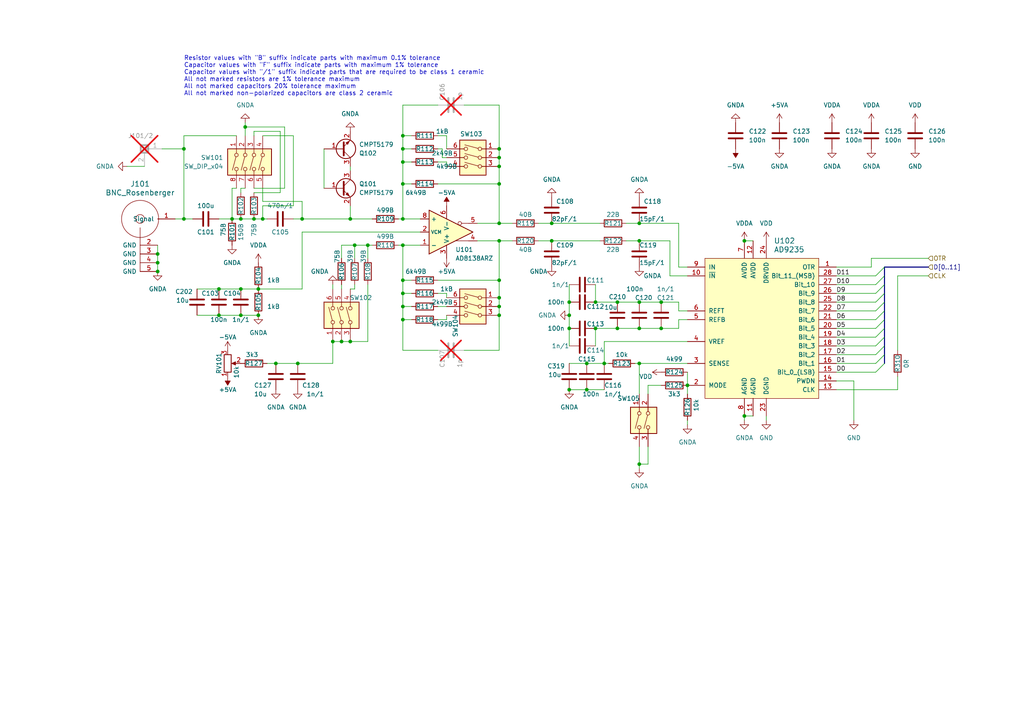
<source format=kicad_sch>
(kicad_sch (version 20231120) (generator "eeschema") (generator_version "8.0")
  (paper "A4")
  (title_block (title "MISRC") (date "2025-03-03") (rev "2.0") (comment 1 "Analog input + ADC"))
  (lib_symbols
    (symbol "ADC:AD9235" (pin_names (offset 1.016))
      (property "Reference" "U" (at -15.24 -21.59 0))
      (property "Value" "AD9235" (at -12.7 21.59 0))
      (symbol "AD9235_1_1"
        (pin input line (at 21.59 17.78 180) (length 5.08) (name "OTR") (number "1"))
        (pin input line (at -21.59 15.24 0) (length 5.08) (name "~{IN}") (number "10"))
        (pin power_in line (at -2.54 -25.4 90) (length 5.08) (name "AGND") (number "11"))
        (pin power_in line (at -2.54 25.4 270) (length 5.08) (name "AVDD") (number "12"))
        (pin input line (at 21.59 -17.78 180) (length 5.08) (name "CLK") (number "13"))
        (pin input line (at 21.59 -15.24 180) (length 5.08) (name "PWDN") (number "14"))
        (pin output line (at 21.59 -12.7 180) (length 5.08) (name "Bit_0_(LSB)") (number "15"))
        (pin output line (at 21.59 -10.16 180) (length 5.08) (name "Bit_1") (number "16"))
        (pin output line (at 21.59 -7.62 180) (length 5.08) (name "Bit_2") (number "17"))
        (pin output line (at 21.59 -5.08 180) (length 5.08) (name "Bit_3") (number "18"))
        (pin output line (at 21.59 -2.54 180) (length 5.08) (name "Bit_4") (number "19"))
        (pin input line (at -21.59 -16.51 0) (length 5.08) (name "MODE") (number "2"))
        (pin output line (at 21.59 0 180) (length 5.08) (name "Bit_5") (number "20"))
        (pin output line (at 21.59 2.54 180) (length 5.08) (name "Bit_6") (number "21"))
        (pin output line (at 21.59 5.08 180) (length 5.08) (name "Bit_7") (number "22"))
        (pin power_in line (at 1.27 -25.4 90) (length 5.08) (name "DGND") (number "23"))
        (pin power_in line (at 1.27 25.4 270) (length 5.08) (name "DRVDD") (number "24"))
        (pin output line (at 21.59 7.62 180) (length 5.08) (name "Bit_8") (number "25"))
        (pin output line (at 21.59 10.16 180) (length 5.08) (name "Bit_9") (number "26"))
        (pin output line (at 21.59 12.7 180) (length 5.08) (name "Bit_10") (number "27"))
        (pin output line (at 21.59 15.24 180) (length 5.08) (name "Bit_11_(MSB)") (number "28"))
        (pin input line (at -21.59 -10.16 0) (length 5.08) (name "SENSE") (number "3"))
        (pin input line (at -21.59 -3.81 0) (length 5.08) (name "VREF") (number "4"))
        (pin power_out line (at -21.59 2.54 0) (length 5.08) (name "REFB") (number "5"))
        (pin power_out line (at -21.59 5.08 0) (length 5.08) (name "REFT") (number "6"))
        (pin power_in line (at -5.08 25.4 270) (length 5.08) (name "AVDD") (number "7"))
        (pin power_in line (at -5.08 -25.4 90) (length 5.08) (name "AGND") (number "8"))
        (pin input line (at -21.59 17.78 0) (length 5.08) (name "IN") (number "9"))
      )
    )
    (symbol "Amplifier_Differential_AKL:AD8138ARZ"
      (property "Reference" "U" (at 8.89 11.43 0))
      (property "Value" "AD8138ARZ" (at 8.89 8.89 0))
      (symbol "AD8138ARZ_1_1"
        (pin input line (at -7.62 3.81 0) (length 2.54) (name "-") (number "1"))
        (pin input line (at -7.62 0 0) (length 2.54) (name "VCM") (number "2"))
        (pin power_in line (at 0 7.62 270) (length 3.84) (name "V+") (number "3"))
        (pin output line (at 8.89 2.54 180) (length 2.54) (name "~") (number "4"))
        (pin output line (at 8.89 -2.54 180) (length 2.54) (name "~") (number "5"))
        (pin power_in line (at 0 -7.62 90) (length 3.84) (name "V-") (number "6"))
        (pin no_connect line (at 0 0 0) (length 2.54) hide (name "NC") (number "7"))
        (pin input line (at -7.62 -3.81 0) (length 2.54) (name "+") (number "8"))
      )
    )
    (symbol "Connector_Generic_Shielded:Conn_01x01_Shielded" (pin_names (offset 1.016) hide)
      (property "Reference" "J1" (at -2.54 3.81 0))
      (symbol "Conn_01x01_Shielded_1_1"
        (pin passive line (at -5.08 0 0) (length 4.064) (name "Pin_1") (number "1"))
        (pin passive line (at 0 -5.08 90) (length 3.81) (name "Shield") (number "2"))
      )
    )
    (symbol "Device:C" (pin_numbers hide) (pin_names (offset 0.254))
      (property "Reference" "C" (at 0.635 2.54 0))
      (property "Value" "C" (at 0.635 -2.54 0))
      (symbol "C_1_1"
        (pin passive line (at 0 3.81 270) (length 2.794) (name "~") (number "1"))
        (pin passive line (at 0 -3.81 90) (length 2.794) (name "~") (number "2"))
      )
    )
    (symbol "Device:Q_NPN_BEC" (pin_names (offset 0) hide)
      (property "Reference" "Q" (at 5.08 1.27 0))
      (property "Value" "Q_NPN_BEC" (at 5.08 -1.27 0))
      (symbol "Q_NPN_BEC_1_1"
        (pin input line (at -5.08 0 0) (length 5.715) (name "B") (number "1"))
        (pin passive line (at 2.54 -5.08 90) (length 2.54) (name "E") (number "2"))
        (pin passive line (at 2.54 5.08 270) (length 2.54) (name "C") (number "3"))
      )
    )
    (symbol "Device:R" (pin_numbers hide) (pin_names (offset 0))
      (property "Reference" "R" (at 2.032 0 90))
      (property "Value" "R" (at 0 0 90))
      (symbol "R_1_1"
        (pin passive line (at 0 3.81 270) (length 1.27) (name "~") (number "1"))
        (pin passive line (at 0 -3.81 90) (length 1.27) (name "~") (number "2"))
      )
    )
    (symbol "Device:R_Potentiometer" (pin_names (offset 1.016) hide)
      (property "Reference" "RV" (at -4.445 0 90))
      (property "Value" "R_Potentiometer" (at -2.54 0 90))
      (symbol "R_Potentiometer_1_1"
        (pin passive line (at 0 3.81 270) (length 1.27) (name "1") (number "1"))
        (pin passive line (at 3.81 0 180) (length 1.27) (name "2") (number "2"))
        (pin passive line (at 0 -3.81 90) (length 1.27) (name "3") (number "3"))
      )
    )
    (symbol "Switch:SW_DIP_x02" (pin_names (offset 0) hide)
      (property "Reference" "SW" (at 0 6.35 0))
      (property "Value" "SW_DIP_x02" (at 0 -3.81 0))
      (symbol "SW_DIP_x02_1_1"
        (pin passive line (at -7.62 2.54 0) (length 5.08) (name "~") (number "1"))
        (pin passive line (at -7.62 0 0) (length 5.08) (name "~") (number "2"))
        (pin passive line (at 7.62 0 180) (length 5.08) (name "~") (number "3"))
        (pin passive line (at 7.62 2.54 180) (length 5.08) (name "~") (number "4"))
      )
    )
    (symbol "Switch:SW_DIP_x03" (pin_names (offset 0) hide)
      (property "Reference" "SW" (at 0 8.89 0))
      (property "Value" "SW_DIP_x03" (at 0 -3.81 0))
      (symbol "SW_DIP_x03_1_1"
        (pin passive line (at -7.62 5.08 0) (length 5.08) (name "~") (number "1"))
        (pin passive line (at -7.62 2.54 0) (length 5.08) (name "~") (number "2"))
        (pin passive line (at -7.62 0 0) (length 5.08) (name "~") (number "3"))
        (pin passive line (at 7.62 0 180) (length 5.08) (name "~") (number "4"))
        (pin passive line (at 7.62 2.54 180) (length 5.08) (name "~") (number "5"))
        (pin passive line (at 7.62 5.08 180) (length 5.08) (name "~") (number "6"))
      )
    )
    (symbol "Switch:SW_DIP_x04" (pin_names (offset 0) hide)
      (property "Reference" "SW" (at 0 8.89 0))
      (property "Value" "SW_DIP_x04" (at 0 -6.35 0))
      (symbol "SW_DIP_x04_1_1"
        (pin passive line (at -7.62 5.08 0) (length 5.08) (name "~") (number "1"))
        (pin passive line (at -7.62 2.54 0) (length 5.08) (name "~") (number "2"))
        (pin passive line (at -7.62 0 0) (length 5.08) (name "~") (number "3"))
        (pin passive line (at -7.62 -2.54 0) (length 5.08) (name "~") (number "4"))
        (pin passive line (at 7.62 -2.54 180) (length 5.08) (name "~") (number "5"))
        (pin passive line (at 7.62 0 180) (length 5.08) (name "~") (number "6"))
        (pin passive line (at 7.62 2.54 180) (length 5.08) (name "~") (number "7"))
        (pin passive line (at 7.62 5.08 180) (length 5.08) (name "~") (number "8"))
      )
    )
    (symbol "bnc_rosenberger:BNC_Rosenberger" (pin_names (offset 1.016))
      (property "Reference" "J" (at -3.81 6.35 0))
      (property "Value" "BNC_Rosenberger" (at -7.62 -5.08 90))
      (symbol "BNC_Rosenberger_1_1"
        (pin bidirectional line (at 10.16 0 180) (length 5.08) (name "Signal") (number "1"))
        (pin power_in line (at 5.08 -7.62 180) (length 5.08) (name "GND") (number "2"))
        (pin power_in line (at 5.08 -10.16 180) (length 5.08) (name "GND") (number "3"))
        (pin power_in line (at 5.08 -12.7 180) (length 5.08) (name "GND") (number "4"))
        (pin power_in line (at 5.08 -15.24 180) (length 5.08) (name "GND") (number "5"))
      )
    )
    (symbol "power:+5VA" (power) (pin_names (offset 0))
      (property "Value" "+5VA" (at 0 3.556 0))
      (symbol "+5VA_1_1"
        (pin power_in line (at 0 0 90) (length 0) hide (name "+5VA") (number "1"))
      )
    )
    (symbol "power:-5VA" (power) (pin_names (offset 0))
      (property "Value" "-5VA" (at 0 3.81 0))
      (symbol "-5VA_0_0"
        (pin power_in line (at 0 0 90) (length 0) hide (name "-5VA") (number "1"))
      )
    )
    (symbol "power:GND" (power) (pin_names (offset 0))
      (property "Value" "GND" (at 0 -3.81 0))
      (symbol "GND_1_1"
        (pin power_in line (at 0 0 270) (length 0) hide (name "GND") (number "1"))
      )
    )
    (symbol "power:GNDA" (power) (pin_names (offset 0))
      (property "Value" "GNDA" (at 0 -3.81 0))
      (symbol "GNDA_1_1"
        (pin power_in line (at 0 0 270) (length 0) hide (name "GNDA") (number "1"))
      )
    )
    (symbol "power:VDD" (power) (pin_names (offset 0))
      (property "Value" "VDD" (at 0 3.81 0))
      (symbol "VDD_1_1"
        (pin power_in line (at 0 0 90) (length 0) hide (name "VDD") (number "1"))
      )
    )
    (symbol "power:VDDA" (power) (pin_names (offset 0))
      (property "Value" "VDDA" (at 0 3.81 0))
      (symbol "VDDA_1_1"
        (pin power_in line (at 0 0 90) (length 0) hide (name "VDDA") (number "1"))
      )
    )
  )
  (junction (at 45.72 76.2))
  (junction (at 116.84 53.34))
  (junction (at 144.78 64.77))
  (junction (at 165.1 91.44))
  (junction (at 165.1 95.25))
  (junction (at 86.36 105.41))
  (junction (at 165.1 87.63))
  (junction (at 101.6 63.5))
  (junction (at 165.1 113.03))
  (junction (at 179.07 87.63))
  (junction (at 172.72 95.25))
  (junction (at 67.31 63.5))
  (junction (at 116.84 43.18))
  (junction (at 191.77 87.63))
  (junction (at 73.66 63.5))
  (junction (at 102.87 71.12))
  (junction (at 215.9 120.65))
  (junction (at 160.02 69.85))
  (junction (at 69.85 91.44))
  (junction (at 170.18 113.03))
  (junction (at 116.84 81.28))
  (junction (at 144.78 53.34))
  (junction (at 172.72 87.63))
  (junction (at 116.84 92.71))
  (junction (at 185.42 87.63))
  (junction (at 69.85 63.5))
  (junction (at 175.26 105.41))
  (junction (at 116.84 63.5))
  (junction (at 144.78 81.28))
  (junction (at 191.77 95.25))
  (junction (at 160.02 64.77))
  (junction (at 185.42 64.77))
  (junction (at 144.78 45.72))
  (junction (at 215.9 69.85))
  (junction (at 53.34 63.5))
  (junction (at 74.93 91.44))
  (junction (at 53.34 43.18))
  (junction (at 185.42 134.62))
  (junction (at 179.07 95.25))
  (junction (at 74.93 83.82))
  (junction (at 144.78 48.26))
  (junction (at 101.6 99.06))
  (junction (at 116.84 85.09))
  (junction (at 76.2 63.5))
  (junction (at 63.5 83.82))
  (junction (at 80.01 105.41))
  (junction (at 45.72 73.66))
  (junction (at 116.84 46.99))
  (junction (at 96.52 99.06))
  (junction (at 87.63 63.5))
  (junction (at 63.5 91.44))
  (junction (at 170.18 105.41))
  (junction (at 45.72 78.74))
  (junction (at 185.42 69.85))
  (junction (at 144.78 86.36))
  (junction (at 144.78 88.9))
  (junction (at 116.84 39.37))
  (junction (at 71.12 36.83))
  (junction (at 144.78 91.44))
  (junction (at 144.78 43.18))
  (junction (at 69.85 83.82))
  (junction (at 116.84 71.12))
  (junction (at 185.42 95.25))
  (junction (at 144.78 69.85))
  (junction (at 185.42 105.41))
  (junction (at 116.84 88.9))
  (junction (at 106.68 71.12))
  (junction (at 99.06 99.06))
  (junction (at 199.39 111.76))
  (bus_entry (at 256.54 85.09) (size -2.54 2.54))
  (bus_entry (at 256.54 102.87) (size -2.54 2.54))
  (bus_entry (at 256.54 80.01) (size -2.54 2.54))
  (bus_entry (at 256.54 90.17) (size -2.54 2.54))
  (bus_entry (at 256.54 105.41) (size -2.54 2.54))
  (bus_entry (at 256.54 97.79) (size -2.54 2.54))
  (bus_entry (at 256.54 87.63) (size -2.54 2.54))
  (bus_entry (at 256.54 77.47) (size -2.54 2.54))
  (bus_entry (at 256.54 100.33) (size -2.54 2.54))
  (bus_entry (at 256.54 95.25) (size -2.54 2.54))
  (bus_entry (at 256.54 92.71) (size -2.54 2.54))
  (bus_entry (at 256.54 82.55) (size -2.54 2.54))
  (wire (pts (xy 144.78 48.26) (xy 144.78 53.34)))
  (wire (pts (xy 160.02 64.77) (xy 173.99 64.77)))
  (wire (pts (xy 242.57 80.01) (xy 254 80.01)))
  (wire (pts (xy 101.6 63.5) (xy 107.95 63.5)))
  (wire (pts (xy 222.25 121.92) (xy 222.25 120.65)))
  (wire (pts (xy 63.5 63.5) (xy 67.31 63.5)))
  (wire (pts (xy 73.66 55.88) (xy 81.28 55.88)))
  (wire (pts (xy 80.01 105.41) (xy 86.36 105.41)))
  (wire (pts (xy 116.84 88.9) (xy 119.38 88.9)))
  (wire (pts (xy 128.27 45.72) (xy 129.54 45.72)))
  (wire (pts (xy 73.66 54.61) (xy 82.55 54.61)))
  (wire (pts (xy 87.63 58.42) (xy 87.63 63.5)))
  (wire (pts (xy 260.35 80.01) (xy 260.35 101.6)))
  (wire (pts (xy 260.35 80.01) (xy 269.24 80.01)))
  (bus (pts (xy 256.54 80.01) (xy 256.54 82.55)))
  (wire (pts (xy 73.66 38.1) (xy 73.66 39.37)))
  (wire (pts (xy 76.2 63.5) (xy 77.47 63.5)))
  (wire (pts (xy 185.42 105.41) (xy 185.42 114.3)))
  (wire (pts (xy 187.96 111.76) (xy 187.96 114.3)))
  (wire (pts (xy 45.72 73.66) (xy 45.72 76.2)))
  (wire (pts (xy 116.84 53.34) (xy 116.84 63.5)))
  (wire (pts (xy 102.87 83.82) (xy 102.87 82.55)))
  (wire (pts (xy 76.2 58.42) (xy 87.63 58.42)))
  (wire (pts (xy 116.84 43.18) (xy 119.38 43.18)))
  (wire (pts (xy 185.42 105.41) (xy 199.39 105.41)))
  (wire (pts (xy 144.78 45.72) (xy 144.78 48.26)))
  (bus (pts (xy 256.54 95.25) (xy 256.54 97.79)))
  (wire (pts (xy 116.84 101.6) (xy 127 101.6)))
  (wire (pts (xy 119.38 92.71) (xy 116.84 92.71)))
  (wire (pts (xy 127 92.71) (xy 129.54 92.71)))
  (wire (pts (xy 156.21 64.77) (xy 160.02 64.77)))
  (wire (pts (xy 185.42 95.25) (xy 191.77 95.25)))
  (wire (pts (xy 93.98 43.18) (xy 93.98 54.61)))
  (wire (pts (xy 242.57 82.55) (xy 254 82.55)))
  (bus (pts (xy 256.54 102.87) (xy 256.54 105.41)))
  (wire (pts (xy 252.73 77.47) (xy 252.73 74.93)))
  (wire (pts (xy 106.68 82.55) (xy 106.68 99.06)))
  (wire (pts (xy 199.39 111.76) (xy 199.39 114.3)))
  (wire (pts (xy 179.07 87.63) (xy 185.42 87.63)))
  (wire (pts (xy 165.1 87.63) (xy 165.1 91.44)))
  (wire (pts (xy 129.54 85.09) (xy 129.54 86.36)))
  (wire (pts (xy 260.35 109.22) (xy 260.35 113.03)))
  (wire (pts (xy 215.9 120.65) (xy 215.9 121.92)))
  (wire (pts (xy 172.72 82.55) (xy 172.72 87.63)))
  (wire (pts (xy 242.57 85.09) (xy 254 85.09)))
  (wire (pts (xy 144.78 43.18) (xy 144.78 45.72)))
  (wire (pts (xy 172.72 87.63) (xy 179.07 87.63)))
  (wire (pts (xy 45.72 71.12) (xy 45.72 73.66)))
  (bus (pts (xy 256.54 97.79) (xy 256.54 100.33)))
  (wire (pts (xy 181.61 64.77) (xy 185.42 64.77)))
  (wire (pts (xy 106.68 74.93) (xy 106.68 71.12)))
  (wire (pts (xy 53.34 43.18) (xy 53.34 63.5)))
  (wire (pts (xy 99.06 71.12) (xy 99.06 74.93)))
  (bus (pts (xy 256.54 100.33) (xy 256.54 102.87)))
  (wire (pts (xy 215.9 69.85) (xy 218.44 69.85)))
  (wire (pts (xy 73.66 63.5) (xy 76.2 63.5)))
  (wire (pts (xy 116.84 30.48) (xy 116.84 39.37)))
  (wire (pts (xy 101.6 83.82) (xy 102.87 83.82)))
  (wire (pts (xy 165.1 113.03) (xy 170.18 113.03)))
  (wire (pts (xy 185.42 69.85) (xy 194.31 69.85)))
  (wire (pts (xy 172.72 95.25) (xy 179.07 95.25)))
  (wire (pts (xy 144.78 69.85) (xy 144.78 81.28)))
  (wire (pts (xy 185.42 134.62) (xy 185.42 135.89)))
  (bus (pts (xy 256.54 77.47) (xy 269.24 77.47)))
  (wire (pts (xy 165.1 95.25) (xy 165.1 100.33)))
  (bus (pts (xy 256.54 87.63) (xy 256.54 90.17)))
  (wire (pts (xy 101.6 99.06) (xy 106.68 99.06)))
  (wire (pts (xy 81.28 55.88) (xy 81.28 38.1)))
  (wire (pts (xy 175.26 99.06) (xy 199.39 99.06)))
  (wire (pts (xy 71.12 36.83) (xy 71.12 39.37)))
  (wire (pts (xy 170.18 105.41) (xy 175.26 105.41)))
  (wire (pts (xy 116.84 92.71) (xy 116.84 101.6)))
  (wire (pts (xy 160.02 69.85) (xy 173.99 69.85)))
  (wire (pts (xy 76.2 39.37) (xy 85.09 39.37)))
  (wire (pts (xy 46.99 43.18) (xy 53.34 43.18)))
  (wire (pts (xy 247.65 110.49) (xy 247.65 121.92)))
  (wire (pts (xy 67.31 54.61) (xy 67.31 63.5)))
  (wire (pts (xy 199.39 107.95) (xy 199.39 111.76)))
  (wire (pts (xy 102.87 71.12) (xy 99.06 71.12)))
  (wire (pts (xy 50.8 63.5) (xy 53.34 63.5)))
  (wire (pts (xy 134.62 30.48) (xy 144.78 30.48)))
  (wire (pts (xy 57.15 91.44) (xy 63.5 91.44)))
  (wire (pts (xy 144.78 88.9) (xy 144.78 91.44)))
  (wire (pts (xy 101.6 59.69) (xy 101.6 63.5)))
  (wire (pts (xy 76.2 54.61) (xy 76.2 58.42)))
  (wire (pts (xy 242.57 102.87) (xy 254 102.87)))
  (wire (pts (xy 96.52 99.06) (xy 99.06 99.06)))
  (wire (pts (xy 96.52 82.55) (xy 96.52 83.82)))
  (wire (pts (xy 242.57 92.71) (xy 254 92.71)))
  (wire (pts (xy 68.58 54.61) (xy 67.31 54.61)))
  (wire (pts (xy 119.38 39.37) (xy 116.84 39.37)))
  (wire (pts (xy 196.85 95.25) (xy 196.85 92.71)))
  (wire (pts (xy 77.47 105.41) (xy 80.01 105.41)))
  (wire (pts (xy 196.85 90.17) (xy 196.85 87.63)))
  (wire (pts (xy 67.31 63.5) (xy 69.85 63.5)))
  (wire (pts (xy 57.15 83.82) (xy 63.5 83.82)))
  (wire (pts (xy 119.38 85.09) (xy 116.84 85.09)))
  (wire (pts (xy 116.84 63.5) (xy 121.92 63.5)))
  (wire (pts (xy 116.84 71.12) (xy 121.92 71.12)))
  (wire (pts (xy 127 30.48) (xy 116.84 30.48)))
  (wire (pts (xy 74.93 83.82) (xy 87.63 83.82)))
  (wire (pts (xy 242.57 100.33) (xy 254 100.33)))
  (wire (pts (xy 127 39.37) (xy 129.54 39.37)))
  (wire (pts (xy 82.55 36.83) (xy 71.12 36.83)))
  (wire (pts (xy 187.96 129.54) (xy 187.96 134.62)))
  (wire (pts (xy 144.78 69.85) (xy 148.59 69.85)))
  (wire (pts (xy 129.54 91.44) (xy 129.54 92.71)))
  (wire (pts (xy 76.2 63.5) (xy 76.2 59.69)))
  (wire (pts (xy 101.6 48.26) (xy 101.6 49.53)))
  (wire (pts (xy 69.85 54.61) (xy 69.85 55.88)))
  (wire (pts (xy 242.57 105.41) (xy 254 105.41)))
  (wire (pts (xy 85.09 59.69) (xy 85.09 39.37)))
  (wire (pts (xy 99.06 82.55) (xy 99.06 83.82)))
  (wire (pts (xy 127 85.09) (xy 129.54 85.09)))
  (wire (pts (xy 215.9 120.65) (xy 218.44 120.65)))
  (bus (pts (xy 256.54 92.71) (xy 256.54 95.25)))
  (wire (pts (xy 116.84 85.09) (xy 116.84 81.28)))
  (wire (pts (xy 185.42 134.62) (xy 187.96 134.62)))
  (wire (pts (xy 71.12 54.61) (xy 69.85 54.61)))
  (wire (pts (xy 138.43 64.77) (xy 144.78 64.77)))
  (wire (pts (xy 194.31 69.85) (xy 194.31 80.01)))
  (wire (pts (xy 85.09 63.5) (xy 87.63 63.5)))
  (wire (pts (xy 199.39 90.17) (xy 196.85 90.17)))
  (wire (pts (xy 116.84 88.9) (xy 116.84 92.71)))
  (wire (pts (xy 185.42 129.54) (xy 185.42 134.62)))
  (wire (pts (xy 68.58 39.37) (xy 53.34 39.37)))
  (wire (pts (xy 127 88.9) (xy 129.54 88.9)))
  (wire (pts (xy 87.63 67.31) (xy 87.63 83.82)))
  (wire (pts (xy 242.57 77.47) (xy 252.73 77.47)))
  (wire (pts (xy 81.28 38.1) (xy 73.66 38.1)))
  (wire (pts (xy 194.31 80.01) (xy 199.39 80.01)))
  (wire (pts (xy 196.85 92.71) (xy 199.39 92.71)))
  (wire (pts (xy 82.55 54.61) (xy 82.55 36.83)))
  (wire (pts (xy 144.78 81.28) (xy 144.78 86.36)))
  (wire (pts (xy 71.12 35.56) (xy 71.12 36.83)))
  (wire (pts (xy 127 53.34) (xy 144.78 53.34)))
  (wire (pts (xy 175.26 105.41) (xy 176.53 105.41)))
  (wire (pts (xy 181.61 69.85) (xy 185.42 69.85)))
  (wire (pts (xy 45.72 76.2) (xy 45.72 78.74)))
  (wire (pts (xy 63.5 83.82) (xy 69.85 83.82)))
  (wire (pts (xy 172.72 95.25) (xy 172.72 100.33)))
  (wire (pts (xy 144.78 30.48) (xy 144.78 43.18)))
  (wire (pts (xy 127 46.99) (xy 129.54 46.99)))
  (wire (pts (xy 242.57 113.03) (xy 260.35 113.03)))
  (wire (pts (xy 199.39 77.47) (xy 196.85 77.47)))
  (bus (pts (xy 256.54 77.47) (xy 256.54 80.01)))
  (wire (pts (xy 185.42 87.63) (xy 191.77 87.63)))
  (wire (pts (xy 116.84 46.99) (xy 116.84 53.34)))
  (wire (pts (xy 191.77 95.25) (xy 196.85 95.25)))
  (wire (pts (xy 185.42 64.77) (xy 196.85 64.77)))
  (wire (pts (xy 196.85 77.47) (xy 196.85 64.77)))
  (wire (pts (xy 69.85 83.82) (xy 74.93 83.82)))
  (wire (pts (xy 134.62 101.6) (xy 144.78 101.6)))
  (wire (pts (xy 116.84 88.9) (xy 116.84 85.09)))
  (wire (pts (xy 115.57 63.5) (xy 116.84 63.5)))
  (wire (pts (xy 76.2 59.69) (xy 85.09 59.69)))
  (wire (pts (xy 116.84 81.28) (xy 119.38 81.28)))
  (wire (pts (xy 144.78 86.36) (xy 144.78 88.9)))
  (wire (pts (xy 156.21 69.85) (xy 160.02 69.85)))
  (wire (pts (xy 242.57 95.25) (xy 254 95.25)))
  (wire (pts (xy 63.5 91.44) (xy 69.85 91.44)))
  (wire (pts (xy 242.57 90.17) (xy 254 90.17)))
  (wire (pts (xy 144.78 53.34) (xy 144.78 64.77)))
  (wire (pts (xy 115.57 71.12) (xy 116.84 71.12)))
  (wire (pts (xy 165.1 91.44) (xy 165.1 95.25)))
  (wire (pts (xy 185.42 105.41) (xy 184.15 105.41)))
  (wire (pts (xy 127 43.18) (xy 128.27 43.18)))
  (wire (pts (xy 116.84 81.28) (xy 116.84 71.12)))
  (wire (pts (xy 53.34 39.37) (xy 53.34 43.18)))
  (wire (pts (xy 128.27 43.18) (xy 128.27 45.72)))
  (wire (pts (xy 87.63 67.31) (xy 121.92 67.31)))
  (wire (pts (xy 242.57 110.49) (xy 247.65 110.49)))
  (wire (pts (xy 242.57 87.63) (xy 254 87.63)))
  (wire (pts (xy 87.63 63.5) (xy 101.6 63.5)))
  (wire (pts (xy 102.87 74.93) (xy 102.87 71.12)))
  (wire (pts (xy 86.36 105.41) (xy 96.52 105.41)))
  (wire (pts (xy 106.68 71.12) (xy 102.87 71.12)))
  (wire (pts (xy 127 81.28) (xy 144.78 81.28)))
  (wire (pts (xy 69.85 63.5) (xy 73.66 63.5)))
  (wire (pts (xy 165.1 105.41) (xy 170.18 105.41)))
  (wire (pts (xy 242.57 97.79) (xy 254 97.79)))
  (wire (pts (xy 116.84 43.18) (xy 116.84 46.99)))
  (bus (pts (xy 256.54 90.17) (xy 256.54 92.71)))
  (wire (pts (xy 36.83 48.26) (xy 41.91 48.26)))
  (wire (pts (xy 187.96 111.76) (xy 191.77 111.76)))
  (wire (pts (xy 55.88 63.5) (xy 53.34 63.5)))
  (wire (pts (xy 116.84 53.34) (xy 119.38 53.34)))
  (wire (pts (xy 170.18 113.03) (xy 175.26 113.03)))
  (wire (pts (xy 116.84 39.37) (xy 116.84 43.18)))
  (wire (pts (xy 69.85 91.44) (xy 74.93 91.44)))
  (wire (pts (xy 199.39 121.92) (xy 199.39 123.19)))
  (wire (pts (xy 179.07 95.25) (xy 185.42 95.25)))
  (wire (pts (xy 191.77 87.63) (xy 196.85 87.63)))
  (wire (pts (xy 129.54 39.37) (xy 129.54 43.18)))
  (wire (pts (xy 129.54 46.99) (xy 129.54 48.26)))
  (bus (pts (xy 256.54 85.09) (xy 256.54 87.63)))
  (wire (pts (xy 242.57 107.95) (xy 254 107.95)))
  (wire (pts (xy 106.68 71.12) (xy 107.95 71.12)))
  (wire (pts (xy 138.43 69.85) (xy 144.78 69.85)))
  (wire (pts (xy 96.52 99.06) (xy 96.52 105.41)))
  (wire (pts (xy 252.73 74.93) (xy 269.24 74.93)))
  (wire (pts (xy 116.84 46.99) (xy 119.38 46.99)))
  (bus (pts (xy 256.54 82.55) (xy 256.54 85.09)))
  (wire (pts (xy 99.06 99.06) (xy 101.6 99.06)))
  (wire (pts (xy 175.26 105.41) (xy 175.26 99.06)))
  (wire (pts (xy 165.1 82.55) (xy 165.1 87.63)))
  (wire (pts (xy 144.78 64.77) (xy 148.59 64.77)))
  (wire (pts (xy 144.78 91.44) (xy 144.78 101.6)))
  (text "Resistor values with \"B\" suffix indicate parts with maximum 0.1% tolerance\nCapacitor values with \"F\" suffix indicate parts with maximum 1% tolerance\nCapacitor values with \"/1\" suffix indicate parts that are required to be class 1 ceramic\nAll not marked resistors are 1% tolerance maximum\nAll not marked capacitors 20% tolerance maximum\nAll not marked non-polarized capacitors are class 2 ceramic" (at 53.34 27.94 0) (effects (font (size 1.27 1.27)) (justify left bottom)))
  (label "D7" (at 242.57 90.17 0))
  (label "D6" (at 242.57 92.71 0))
  (label "D1" (at 242.57 105.41 0))
  (label "D10" (at 242.57 82.55 0))
  (label "D2" (at 242.57 102.87 0))
  (label "D11" (at 242.57 80.01 0))
  (label "D8" (at 242.57 87.63 0))
  (label "D4" (at 242.57 97.79 0))
  (label "D9" (at 242.57 85.09 0))
  (label "D5" (at 242.57 95.25 0))
  (label "D0" (at 242.57 107.95 0))
  (label "D3" (at 242.57 100.33 0))
  (hierarchical_label "CLK" (shape input) (at 269.24 80.01 0))
  (hierarchical_label "OTR" (shape input) (at 269.24 74.93 0))
  (hierarchical_label "D[0..11]" (shape input) (at 269.24 77.47 0))
  (symbol (lib_id "Device:R") (at 177.8 69.85 90) (unit 1)
    (property "Reference" "R122" (at 177.8 69.85 90))
    (property "Value" "22B" (at 177.8 72.39 90))
    (property "Footprint" "Resistor_SMD:R_0603_1608Metric" (effects (hide yes)))
    (property "Manufacturer_Part_Number" "RC0603FR-0722RL" (effects (hide yes)))
  )
  (symbol (lib_id "Device:R") (at 199.39 118.11 180) (unit 1)
    (property "Reference" "R126" (at 199.39 120.65 90) (effects (justify right)))
    (property "Value" "10k" (at 201.93 119.38 90) (effects (justify right)))
    (property "Footprint" "Resistor_SMD:R_0603_1608Metric" (effects (hide yes)))
    (property "Manufacturer_Part_Number" "RC0603FR-0710KL" (effects (hide yes)))
  )
  (symbol (lib_id "Device:C") (at 168.91 95.25 90) (unit 1)
    (property "Reference" "C113" (at 172.72 93.98 90))
    (property "Value" "100n" (at 161.29 95.25 90))
    (property "Footprint" "Capacitor_SMD:C_0603_1608Metric" (effects (hide yes)))
    (property "Manufacturer_Part_Number" "GRM188R72A104KA35D " (effects (hide yes)))
  )
  (symbol (lib_id "power:GNDA") (at 36.83 48.26 270) (unit 1)
    (property "Reference" "#PWR0253" (effects (hide yes)))
    (property "Value" "GNDA" (at 33.02 48.26 90) (effects (justify right)))
  )
  (symbol (lib_id "Device:C") (at 241.3 39.37 0) (unit 1)
    (property "Reference" "C124" (at 245.11 38.1 0) (effects (justify left)))
    (property "Value" "100n" (at 245.11 40.64 0) (effects (justify left)))
    (property "Footprint" "Capacitor_SMD:C_0603_1608Metric" (effects (hide yes)))
    (property "Manufacturer_Part_Number" "GRM188R72A104KA35D " (effects (hide yes)))
  )
  (symbol (lib_id "power:GND") (at 247.65 121.92 0) (unit 1)
    (property "Reference" "#PWR0138" (effects (hide yes)))
    (property "Value" "GND" (at 247.65 127 0))
  )
  (symbol (lib_id "Device:Q_NPN_BEC") (at 99.06 54.61 0) (unit 1)
    (property "Reference" "Q101" (at 104.14 53.34 0) (effects (justify left)))
    (property "Value" "CMPT5179" (at 104.14 55.88 0) (effects (justify left)))
    (property "Footprint" "Footprints:SOT-23" (effects (hide yes)))
    (property "Manufacturer_Part_Number" "CMPT5179 TR PBFREE" (effects (hide yes)))
  )
  (symbol (lib_id "power:GNDA") (at 241.3 43.18 0) (unit 1)
    (property "Reference" "#PWR0137" (effects (hide yes)))
    (property "Value" "GNDA" (at 241.3 48.26 0))
  )
  (symbol (lib_id "power:GNDA") (at 74.93 91.44 0) (unit 1)
    (property "Reference" "#PWR0114" (effects (hide yes)))
    (property "Value" "GNDA" (at 74.93 96.52 0))
  )
  (symbol (lib_id "Device:R") (at 152.4 69.85 90) (unit 1)
    (property "Reference" "R120" (at 152.4 69.85 90))
    (property "Value" "40B" (at 152.4 72.39 90))
    (property "Footprint" "Resistor_SMD:R_0603_1608Metric" (effects (hide yes)))
    (property "Manufacturer_Part_Number" "RC0603FR-0739R2L" (effects (hide yes)))
  )
  (symbol (lib_id "Device:C") (at 179.07 91.44 0) (unit 1)
    (property "Reference" "C210" (at 176.53 86.106 0) (effects (justify left)))
    (property "Value" "10u" (at 175.26 89.154 0) (effects (justify left)))
    (property "Footprint" "Capacitor_SMD:C_0603_1608Metric" (effects (hide yes)))
    (property "Manufacturer_Part_Number" "GRM188C81C106MA73D" (effects (hide yes)))
  )
  (symbol (lib_id "power:GNDA") (at 67.31 71.12 0) (unit 1)
    (property "Reference" "#PWR0111" (effects (hide yes)))
    (property "Value" "GNDA" (at 67.31 76.2 0))
  )
  (symbol (lib_id "power:+5VA") (at 66.04 101.6 0) (unit 1)
    (property "Reference" "#PWR0206" (effects (hide yes)))
    (property "Value" "-5VA" (at 66.04 97.79 0))
  )
  (symbol (lib_id "Device:R") (at 260.35 105.41 0) (unit 1)
    (property "Reference" "R310" (at 260.35 102.87 90) (effects (justify right)))
    (property "Value" "0R" (at 262.89 104.14 90) (effects (justify right)))
    (property "Footprint" "Resistor_SMD:R_0603_1608Metric" (effects (hide yes)))
    (property "Manufacturer_Part_Number" "RC0603FR-070RL" (effects (hide yes)))
  )
  (symbol (lib_id "Switch:SW_DIP_x02") (at 187.96 121.92 90) (mirror x) (unit 1)
    (property "Reference" "SW105" (at 179.07 115.57 90) (effects (justify right)))
    (property "Value" "SW_DIP_x02" (effects (hide yes)))
    (property "Footprint" "Button_Switch_SMD:SW_DIP_SPSTx02_Slide_6.7x6.64mm_W8.61mm_P2.54mm_LowProfile" (effects (hide yes)))
    (property "Manufacturer_Part_Number" "IKD0203101" (effects (hide yes)))
  )
  (symbol (lib_id "power:GNDA") (at 165.1 113.03 0) (unit 1)
    (property "Reference" "#PWR0122" (effects (hide yes)))
    (property "Value" "GNDA" (at 165.1 118.11 0))
  )
  (symbol (lib_id "Connector_Generic_Shielded:Conn_01x01_Shielded") (at 41.91 43.18 0) (mirror y) (unit 1) (dnp yes)
    (property "Reference" "J101/2" (at 44.45 39.37 0) (effects (justify left)))
    (property "Value" "Conn_01x01_Shielded" (effects (hide yes)))
    (property "Footprint" "Footprints:SMA_Amphenol_901-144_Horizontal" (effects (hide yes)))
    (property "Manufacturer_Part_Number" "CONSMA002-L-G" (effects (hide yes)))
  )
  (symbol (lib_id "power:GNDA") (at 101.6 38.1 0) (mirror x) (unit 1)
    (property "Reference" "#PWR0241" (effects (hide yes)))
    (property "Value" "GNDA" (at 104.14 33.02 0) (effects (justify right)))
  )
  (symbol (lib_id "Device:C") (at 165.1 109.22 0) (unit 1)
    (property "Reference" "C319" (at 158.75 106.172 0) (effects (justify left)))
    (property "Value" "10u" (at 159.004 108.712 0) (effects (justify left)))
    (property "Footprint" "Capacitor_SMD:C_0603_1608Metric" (effects (hide yes)))
    (property "Manufacturer_Part_Number" "GRM188C81C106MA73D" (effects (hide yes)))
  )
  (symbol (lib_id "power:GND") (at 265.43 43.18 0) (unit 1)
    (property "Reference" "#PWR0142" (effects (hide yes)))
    (property "Value" "GND" (at 265.43 48.26 0))
  )
  (symbol (lib_id "power:GNDA") (at 252.73 43.18 0) (unit 1)
    (property "Reference" "#PWR0140" (effects (hide yes)))
    (property "Value" "GNDA" (at 252.73 48.26 0))
  )
  (symbol (lib_id "power:VDD") (at 265.43 35.56 0) (unit 1)
    (property "Reference" "#PWR0141" (effects (hide yes)))
    (property "Value" "VDD" (at 265.43 30.48 0))
  )
  (symbol (lib_id "Device:C") (at 213.36 39.37 0) (unit 1)
    (property "Reference" "C122" (at 217.17 38.1 0) (effects (justify left)))
    (property "Value" "100n" (at 217.17 40.64 0) (effects (justify left)))
    (property "Footprint" "Capacitor_SMD:C_0603_1608Metric" (effects (hide yes)))
    (property "Manufacturer_Part_Number" "GRM188R72A104KA35D " (effects (hide yes)))
  )
  (symbol (lib_id "Device:R") (at 99.06 78.74 0) (mirror y) (unit 1)
    (property "Reference" "R106" (at 99.06 76.2 90) (effects (justify right)))
    (property "Value" "75B" (at 97.79 72.39 90) (effects (justify right)))
    (property "Footprint" "Resistor_SMD:R_0603_1608Metric" (effects (hide yes)))
    (property "Manufacturer_Part_Number" "RC0603FR-1075RL " (effects (hide yes)))
  )
  (symbol (lib_id "Device:C") (at 252.73 39.37 0) (unit 1)
    (property "Reference" "C125" (at 256.54 38.1 0) (effects (justify left)))
    (property "Value" "100n" (at 256.54 40.64 0) (effects (justify left)))
    (property "Footprint" "Capacitor_SMD:C_0603_1608Metric" (effects (hide yes)))
    (property "Manufacturer_Part_Number" "GRM188R72A104KA35D " (effects (hide yes)))
  )
  (symbol (lib_id "Device:C") (at 160.02 60.96 0) (unit 1)
    (property "Reference" "C108" (at 161.29 58.42 0) (effects (justify left)))
    (property "Value" "82pF/1" (at 160.02 63.5 0) (effects (justify left)))
    (property "Footprint" "Capacitor_SMD:C_0603_1608Metric" (effects (hide yes)))
    (property "Manufacturer_Part_Number" "GRM1885C1H820GA01D " (effects (hide yes)))
  )
  (symbol (lib_id "power:GND") (at 222.25 121.92 0) (unit 1)
    (property "Reference" "#PWR0133" (effects (hide yes)))
    (property "Value" "GND" (at 222.25 127 0))
  )
  (symbol (lib_id "Device:R") (at 123.19 88.9 90) (unit 1)
    (property "Reference" "R117" (at 123.19 88.9 90))
    (property "Value" "2k49B" (at 128.27 87.63 90))
    (property "Footprint" "Resistor_SMD:R_0603_1608Metric" (effects (hide yes)))
    (property "Manufacturer_Part_Number" "RC0603FR-072K49L " (effects (hide yes)))
  )
  (symbol (lib_id "Device:R") (at 123.19 85.09 90) (unit 1)
    (property "Reference" "R116" (at 123.19 85.09 90))
    (property "Value" "1kB" (at 129.54 83.82 90))
    (property "Footprint" "Resistor_SMD:R_0603_1608Metric" (effects (hide yes)))
    (property "Manufacturer_Part_Number" "RC0603FR-071KL " (effects (hide yes)))
  )
  (symbol (lib_id "Device:R") (at 74.93 87.63 180) (unit 1)
    (property "Reference" "R105" (at 74.93 90.17 90) (effects (justify right)))
    (property "Value" "1kB" (at 77.47 88.9 0) (effects (justify right)))
    (property "Footprint" "Resistor_SMD:R_0603_1608Metric" (effects (hide yes)))
    (property "Manufacturer_Part_Number" "RC0603FR-071KL " (effects (hide yes)))
  )
  (symbol (lib_id "Device:C") (at 130.81 30.48 90) (unit 1) (dnp yes)
    (property "Reference" "C106" (at 128.27 29.21 0) (effects (justify left)))
    (property "Value" "1p" (at 133.35 29.21 0) (effects (justify left)))
    (property "Footprint" "Capacitor_SMD:C_0603_1608Metric" (effects (hide yes)))
  )
  (symbol (lib_id "Device:R") (at 73.66 105.41 270) (unit 1)
    (property "Reference" "R127" (at 76.2 105.41 90) (effects (justify right)))
    (property "Value" "3k3" (at 74.93 102.87 90) (effects (justify right)))
    (property "Footprint" "Resistor_SMD:R_0603_1608Metric" (effects (hide yes)))
    (property "Manufacturer_Part_Number" "RC0603FR-133K3L" (effects (hide yes)))
  )
  (symbol (lib_id "power:GNDA") (at 86.36 113.03 0) (mirror y) (unit 1)
    (property "Reference" "#PWR0248" (effects (hide yes)))
    (property "Value" "GNDA" (at 86.36 118.11 0))
  )
  (symbol (lib_id "Device:R") (at 123.19 81.28 90) (unit 1)
    (property "Reference" "R115" (at 123.19 81.28 90))
    (property "Value" "6k49B" (at 120.65 78.74 90))
    (property "Footprint" "Resistor_SMD:R_0603_1608Metric" (effects (hide yes)))
    (property "Manufacturer_Part_Number" "RC0603FR-136K49L" (effects (hide yes)))
  )
  (symbol (lib_id "Device:R") (at 111.76 63.5 90) (unit 1)
    (property "Reference" "R109" (at 111.76 63.5 90))
    (property "Value" "499B" (at 111.76 60.96 90))
    (property "Footprint" "Resistor_SMD:R_0603_1608Metric" (effects (hide yes)))
    (property "Manufacturer_Part_Number" "RC0603FR-07499RL" (effects (hide yes)))
  )
  (symbol (lib_id "power:GNDA") (at 185.42 135.89 0) (unit 1)
    (property "Reference" "#PWR0125" (effects (hide yes)))
    (property "Value" "GNDA" (at 185.42 140.97 0))
  )
  (symbol (lib_id "Device:C") (at 130.81 101.6 90) (unit 1) (dnp yes)
    (property "Reference" "C107" (at 128.27 106.68 0) (effects (justify left)))
    (property "Value" "1p" (at 133.35 106.68 0) (effects (justify left)))
    (property "Footprint" "Capacitor_SMD:C_0603_1608Metric" (effects (hide yes)))
  )
  (symbol (lib_id "Device:R") (at 195.58 107.95 90) (unit 1)
    (property "Reference" "R124" (at 195.58 107.95 90))
    (property "Value" "4k99" (at 195.58 104.14 90))
    (property "Footprint" "Resistor_SMD:R_0603_1608Metric" (effects (hide yes)))
    (property "Manufacturer_Part_Number" "RC0603FR-074K99L" (effects (hide yes)))
  )
  (symbol (lib_id "Device:C") (at 185.42 73.66 0) (unit 1)
    (property "Reference" "C119" (at 185.42 71.12 0) (effects (justify left)))
    (property "Value" "15pF/1" (at 185.42 76.2 0) (effects (justify left)))
    (property "Footprint" "Capacitor_SMD:C_0603_1608Metric" (effects (hide yes)))
    (property "Manufacturer_Part_Number" "GRM1885C1H150JA01J " (effects (hide yes)))
  )
  (symbol (lib_id "Switch:SW_DIP_x03") (at 101.6 91.44 90) (unit 1)
    (property "Reference" "SW102" (at 107.95 86.36 90) (effects (justify left)))
    (property "Value" "SW_DIP_x03" (effects (hide yes)))
    (property "Footprint" "Button_Switch_SMD:SW_DIP_SPSTx03_Slide_6.7x9.18mm_W8.61mm_P2.54mm_LowProfile" (effects (hide yes)))
    (property "Manufacturer_Part_Number" "A6S-3104-H" (effects (hide yes)))
  )
  (symbol (lib_id "power:GNDA") (at 71.12 35.56 0) (mirror x) (unit 1)
    (property "Reference" "#PWR0112" (effects (hide yes)))
    (property "Value" "GNDA" (at 71.12 30.48 0))
  )
  (symbol (lib_id "Device:C") (at 265.43 39.37 0) (unit 1)
    (property "Reference" "C126" (at 269.24 38.1 0) (effects (justify left)))
    (property "Value" "100n" (at 269.24 40.64 0) (effects (justify left)))
    (property "Footprint" "Capacitor_SMD:C_0603_1608Metric" (effects (hide yes)))
    (property "Manufacturer_Part_Number" "GRM188R72A104KA35D " (effects (hide yes)))
  )
  (symbol (lib_id "Device:R") (at 69.85 59.69 0) (mirror y) (unit 1)
    (property "Reference" "R102" (at 69.85 57.15 90) (effects (justify right)))
    (property "Value" "150B" (at 69.85 64.77 90) (effects (justify right)))
    (property "Footprint" "Resistor_SMD:R_0603_1608Metric" (effects (hide yes)))
    (property "Manufacturer_Part_Number" "RC0603FR-07150RL" (effects (hide yes)))
  )
  (symbol (lib_id "Device:R") (at 180.34 105.41 90) (unit 1)
    (property "Reference" "R123" (at 180.34 105.41 90))
    (property "Value" "10k" (at 180.34 102.87 90))
    (property "Footprint" "Resistor_SMD:R_0603_1608Metric" (effects (hide yes)))
    (property "Manufacturer_Part_Number" "RC0603FR-0710KL" (effects (hide yes)))
  )
  (symbol (lib_id "Device:C") (at 170.18 109.22 0) (unit 1)
    (property "Reference" "C115" (at 167.64 104.14 0) (effects (justify left)))
    (property "Value" "100n" (at 168.91 114.3 0) (effects (justify left)))
    (property "Footprint" "Capacitor_SMD:C_0603_1608Metric" (effects (hide yes)))
    (property "Manufacturer_Part_Number" "GRM188R72A104KA35D " (effects (hide yes)))
  )
  (symbol (lib_id "Switch:SW_DIP_x03") (at 137.16 48.26 0) (mirror y) (unit 1)
    (property "Reference" "SW103" (at 139.954 38.862 0) (effects (justify left)))
    (property "Value" "SW_DIP_x03" (effects (hide yes)))
    (property "Footprint" "Button_Switch_SMD:SW_DIP_SPSTx03_Slide_6.7x9.18mm_W8.61mm_P2.54mm_LowProfile" (effects (hide yes)))
    (property "Manufacturer_Part_Number" "A6S-3104-H" (effects (hide yes)))
  )
  (symbol (lib_id "Device:C") (at 185.42 60.96 0) (unit 1)
    (property "Reference" "C118" (at 186.69 58.42 0) (effects (justify left)))
    (property "Value" "15pF/1" (at 185.42 63.5 0) (effects (justify left)))
    (property "Footprint" "Capacitor_SMD:C_0603_1608Metric" (effects (hide yes)))
    (property "Manufacturer_Part_Number" "GRM1885C1H150JA01J " (effects (hide yes)))
  )
  (symbol (lib_id "ADC:AD9235") (at 220.98 95.25 0) (unit 1)
    (property "Reference" "U102" (at 224.4441 69.85 0) (effects (font (size 1.524 1.524)) (justify left)))
    (property "Value" "AD9235" (at 224.4441 72.39 0) (effects (font (size 1.524 1.524)) (justify left)))
    (property "Footprint" "Package_SO:TSSOP-28_4.4x9.7mm_P0.65mm" (effects (hide yes)))
    (property "Manufacturer_Part_Number" "AD9235BRUZ-40" (effects (hide yes)))
  )
  (symbol (lib_id "bnc_rosenberger:BNC_Rosenberger") (at 40.64 63.5 0) (unit 1)
    (property "Reference" "J101" (at 40.64 53.34 0) (effects (font (size 1.524 1.524))))
    (property "Value" "BNC_Rosenberger" (at 40.64 55.88 0) (effects (font (size 1.524 1.524))))
    (property "Footprint" "Footprints:BNC_Right_Angle-DOSIN-801-0050_5pin" (effects (hide yes)))
    (property "Manufacturer_Part_Number" "DOSIN-801-0050" (effects (hide yes)))
  )
  (symbol (lib_id "power:GNDA") (at 160.02 77.47 0) (unit 1)
    (property "Reference" "#PWR0120" (effects (hide yes)))
    (property "Value" "GNDA" (at 156.21 78.74 0))
  )
  (symbol (lib_id "Device:R") (at 123.19 39.37 90) (unit 1)
    (property "Reference" "R111" (at 123.19 39.37 90))
    (property "Value" "1kB" (at 128.27 38.1 90))
    (property "Footprint" "Resistor_SMD:R_0603_1608Metric" (effects (hide yes)))
    (property "Manufacturer_Part_Number" "RC0603FR-071KL " (effects (hide yes)))
  )
  (symbol (lib_id "power:+5VA") (at 226.06 35.56 0) (unit 1)
    (property "Reference" "#PWR0134" (effects (hide yes)))
    (property "Value" "+5VA" (at 226.06 30.48 0))
  )
  (symbol (lib_id "Device:C") (at 168.91 87.63 90) (unit 1)
    (property "Reference" "C112" (at 172.72 88.9 90))
    (property "Value" "100n" (at 161.29 87.63 90))
    (property "Footprint" "Capacitor_SMD:C_0603_1608Metric" (effects (hide yes)))
    (property "Manufacturer_Part_Number" "GRM188R72A104KA35D " (effects (hide yes)))
  )
  (symbol (lib_id "power:VDDA") (at 215.9 69.85 0) (unit 1)
    (property "Reference" "#PWR0130" (effects (hide yes)))
    (property "Value" "VDDA" (at 215.9 64.77 0))
  )
  (symbol (lib_id "power:GNDA") (at 185.42 77.47 0) (unit 1)
    (property "Reference" "#PWR0124" (effects (hide yes)))
    (property "Value" "GNDA" (at 189.23 80.01 0))
  )
  (symbol (lib_id "Device:C") (at 57.15 87.63 0) (unit 1)
    (property "Reference" "C202" (at 50.8 84.582 0) (effects (justify left)))
    (property "Value" "10u" (at 51.054 87.122 0) (effects (justify left)))
    (property "Footprint" "Capacitor_SMD:C_0603_1608Metric" (effects (hide yes)))
    (property "Manufacturer_Part_Number" "GRM188C81C106MA73D" (effects (hide yes)))
  )
  (symbol (lib_id "power:VDDA") (at 74.93 76.2 0) (unit 1)
    (property "Reference" "#PWR0113" (effects (hide yes)))
    (property "Value" "VDDA" (at 74.93 71.12 0))
  )
  (symbol (lib_id "Device:R_Potentiometer") (at 66.04 105.41 0) (mirror x) (unit 1)
    (property "Reference" "RV101" (at 63.5 105.41 90))
    (property "Value" "10k" (at 68.58 107.95 90))
    (property "Footprint" "Potentiometer_THT:Potentiometer_Bourns_3266W_Vertical" (effects (hide yes)))
    (property "Manufacturer_Part_Number" "3266W-1-103LF" (effects (hide yes)))
  )
  (symbol (lib_id "Device:R") (at 195.58 111.76 90) (unit 1)
    (property "Reference" "R125" (at 195.58 111.76 90))
    (property "Value" "3k3" (at 195.58 114.3 90))
    (property "Footprint" "Resistor_SMD:R_0603_1608Metric" (effects (hide yes)))
    (property "Manufacturer_Part_Number" "RC0603FR-133K3L" (effects (hide yes)))
  )
  (symbol (lib_id "power:-5VA") (at 66.04 109.22 180) (unit 1)
    (property "Reference" "#PWR0244" (effects (hide yes)))
    (property "Value" "+5VA" (at 66.04 113.03 0))
  )
  (symbol (lib_id "Device:C") (at 81.28 63.5 90) (mirror x) (unit 1)
    (property "Reference" "C105" (at 81.28 67.31 90))
    (property "Value" "470n/1" (at 81.28 59.69 90))
    (property "Footprint" "Capacitor_SMD:C_0603_1608Metric" (effects (hide yes)))
    (property "Manufacturer_Part_Number" "GRM188R71E474KA12D " (effects (hide yes)))
  )
  (symbol (lib_id "Device:R") (at 102.87 78.74 0) (mirror y) (unit 1)
    (property "Reference" "R107" (at 102.87 76.2 90) (effects (justify right)))
    (property "Value" "39B" (at 101.6 72.39 90) (effects (justify right)))
    (property "Footprint" "Resistor_SMD:R_0603_1608Metric" (effects (hide yes)))
    (property "Manufacturer_Part_Number" "RC0603FR-0739RL" (effects (hide yes)))
  )
  (symbol (lib_id "power:GNDA") (at 215.9 121.92 0) (unit 1)
    (property "Reference" "#PWR0131" (effects (hide yes)))
    (property "Value" "GNDA" (at 215.9 127 0))
  )
  (symbol (lib_id "Amplifier_Differential_AKL:AD8138ARZ") (at 129.54 67.31 0) (mirror x) (unit 1)
    (property "Reference" "U101" (at 132.08 72.39 0) (effects (justify left)))
    (property "Value" "AD8138ARZ" (at 132.08 74.93 0) (effects (justify left)))
    (property "Footprint" "Package_SO:SO-8_3.9x4.9mm_P1.27mm" (effects (hide yes)))
    (property "Datasheet" "https://www.analog.com/media/en/technical-documentation/data-sheets/AD8138.pdf" (effects (hide yes)))
    (property "Manufacturer_Part_Number" "AD8138ARZ" (effects (hide yes)))
  )
  (symbol (lib_id "Device:C") (at 160.02 73.66 0) (unit 1)
    (property "Reference" "C109" (at 161.29 71.12 0) (effects (justify left)))
    (property "Value" "82pF/1" (at 160.02 76.2 0) (effects (justify left)))
    (property "Footprint" "Capacitor_SMD:C_0603_1608Metric" (effects (hide yes)))
    (property "Manufacturer_Part_Number" "GRM1885C1H820GA01D " (effects (hide yes)))
  )
  (symbol (lib_id "power:GNDA") (at 96.52 82.55 0) (mirror x) (unit 1)
    (property "Reference" "#PWR0116" (effects (hide yes)))
    (property "Value" "GNDA" (at 92.71 78.74 0))
  )
  (symbol (lib_id "Device:C") (at 168.91 82.55 90) (unit 1)
    (property "Reference" "C111" (at 172.72 81.28 90))
    (property "Value" "1n/1" (at 162.56 82.55 90))
    (property "Footprint" "Capacitor_SMD:C_0603_1608Metric" (effects (hide yes)))
    (property "Manufacturer_Part_Number" "GCM1885C1H102FA16D " (effects (hide yes)))
  )
  (symbol (lib_id "Device:R") (at 152.4 64.77 90) (unit 1)
    (property "Reference" "R119" (at 152.4 64.77 90))
    (property "Value" "40B" (at 152.4 62.23 90))
    (property "Footprint" "Resistor_SMD:R_0603_1608Metric" (effects (hide yes)))
    (property "Manufacturer_Part_Number" "RC0603FR-0739R2L" (effects (hide yes)))
  )
  (symbol (lib_id "Device:R") (at 123.19 43.18 90) (unit 1)
    (property "Reference" "R112" (at 123.19 43.18 90))
    (property "Value" "2k49B" (at 128.27 44.45 90))
    (property "Footprint" "Resistor_SMD:R_0603_1608Metric" (effects (hide yes)))
    (property "Manufacturer_Part_Number" "RC0603FR-072K49L " (effects (hide yes)))
  )
  (symbol (lib_id "power:GNDA") (at 160.02 57.15 180) (unit 1)
    (property "Reference" "#PWR0119" (effects (hide yes)))
    (property "Value" "GNDA" (at 160.02 52.07 0))
  )
  (symbol (lib_id "power:-5VA") (at 129.54 59.69 0) (unit 1)
    (property "Reference" "#PWR0117" (effects (hide yes)))
    (property "Value" "-5VA" (at 129.54 55.88 0))
  )
  (symbol (lib_id "power:GNDA") (at 226.06 43.18 0) (unit 1)
    (property "Reference" "#PWR0135" (effects (hide yes)))
    (property "Value" "GNDA" (at 226.06 48.26 0))
  )
  (symbol (lib_id "Device:R") (at 74.93 80.01 180) (unit 1)
    (property "Reference" "R104" (at 74.93 82.55 90) (effects (justify right)))
    (property "Value" "1kB" (at 77.47 81.28 0) (effects (justify right)))
    (property "Footprint" "Resistor_SMD:R_0603_1608Metric" (effects (hide yes)))
    (property "Manufacturer_Part_Number" "RC0603FR-071KL " (effects (hide yes)))
  )
  (symbol (lib_id "Device:R") (at 123.19 53.34 90) (unit 1)
    (property "Reference" "R114" (at 123.19 53.34 90))
    (property "Value" "6k49B" (at 120.65 55.88 90))
    (property "Footprint" "Resistor_SMD:R_0603_1608Metric" (effects (hide yes)))
    (property "Manufacturer_Part_Number" "RC0603FR-136K49L" (effects (hide yes)))
  )
  (symbol (lib_id "power:GNDA") (at 80.01 113.03 0) (mirror y) (unit 1)
    (property "Reference" "#PWR0246" (effects (hide yes)))
    (property "Value" "GNDA" (at 80.01 118.11 0))
  )
  (symbol (lib_id "power:VDDA") (at 241.3 35.56 0) (unit 1)
    (property "Reference" "#PWR0136" (effects (hide yes)))
    (property "Value" "VDDA" (at 241.3 30.48 0))
  )
  (symbol (lib_id "power:GNDA") (at 185.42 57.15 180) (unit 1)
    (property "Reference" "#PWR0123" (effects (hide yes)))
    (property "Value" "GNDA" (at 185.42 52.07 0))
  )
  (symbol (lib_id "Device:C") (at 226.06 39.37 0) (unit 1)
    (property "Reference" "C123" (at 229.87 38.1 0) (effects (justify left)))
    (property "Value" "100n" (at 229.87 40.64 0) (effects (justify left)))
    (property "Footprint" "Capacitor_SMD:C_0603_1608Metric" (effects (hide yes)))
    (property "Manufacturer_Part_Number" "GRM188R72A104KA35D " (effects (hide yes)))
  )
  (symbol (lib_id "power:VDDA") (at 252.73 35.56 0) (unit 1)
    (property "Reference" "#PWR0139" (effects (hide yes)))
    (property "Value" "VDDA" (at 252.73 30.48 0))
  )
  (symbol (lib_id "Device:Q_NPN_BEC") (at 99.06 43.18 0) (mirror x) (unit 1)
    (property "Reference" "Q102" (at 104.14 44.45 0) (effects (justify left)))
    (property "Value" "CMPT5179" (at 104.14 41.91 0) (effects (justify left)))
    (property "Footprint" "Footprints:SOT-23" (effects (hide yes)))
    (property "Manufacturer_Part_Number" "CMPT5179 TR PBFREE" (effects (hide yes)))
  )
  (symbol (lib_id "power:GNDA") (at 45.72 78.74 0) (unit 1)
    (property "Reference" "#PWR0110" (effects (hide yes)))
    (property "Value" "GNDA" (at 45.72 83.82 0))
  )
  (symbol (lib_id "Device:C") (at 86.36 109.22 0) (unit 1)
    (property "Reference" "C128" (at 87.63 111.76 0) (effects (justify left)))
    (property "Value" "1n/1" (at 88.9 114.3 0) (effects (justify left)))
    (property "Footprint" "Capacitor_SMD:C_0603_1608Metric" (effects (hide yes)))
    (property "Manufacturer_Part_Number" "GCM1885C1H102FA16D " (effects (hide yes)))
  )
  (symbol (lib_id "power:+5VA") (at 129.54 74.93 180) (unit 1)
    (property "Reference" "#PWR0118" (effects (hide yes)))
    (property "Value" "+5VA" (at 129.54 78.74 0))
  )
  (symbol (lib_id "power:-5VA") (at 213.36 43.18 180) (unit 1)
    (property "Reference" "#PWR0129" (effects (hide yes)))
    (property "Value" "-5VA" (at 213.36 48.26 0))
  )
  (symbol (lib_id "power:GNDA") (at 213.36 35.56 180) (unit 1)
    (property "Reference" "#PWR0128" (effects (hide yes)))
    (property "Value" "GNDA" (at 213.36 30.48 0))
  )
  (symbol (lib_id "Device:R") (at 73.66 59.69 0) (mirror y) (unit 1)
    (property "Reference" "R103" (at 73.66 57.15 90) (effects (justify right)))
    (property "Value" "75B" (at 73.66 64.77 90) (effects (justify right)))
    (property "Footprint" "Resistor_SMD:R_0603_1608Metric" (effects (hide yes)))
    (property "Manufacturer_Part_Number" "RC0603FR-1075RL " (effects (hide yes)))
  )
  (symbol (lib_id "Device:R") (at 123.19 46.99 90) (unit 1)
    (property "Reference" "R113" (at 123.19 46.99 90))
    (property "Value" "4k99B" (at 129.54 48.26 90))
    (property "Footprint" "Resistor_SMD:R_0603_1608Metric" (effects (hide yes)))
    (property "Manufacturer_Part_Number" "RC0603FR-074K99L" (effects (hide yes)))
  )
  (symbol (lib_id "Device:C") (at 175.26 109.22 0) (unit 1)
    (property "Reference" "C116" (at 175.26 111.76 0) (effects (justify left)))
    (property "Value" "1n/1" (at 175.26 114.3 0) (effects (justify left)))
    (property "Footprint" "Capacitor_SMD:C_0603_1608Metric" (effects (hide yes)))
    (property "Manufacturer_Part_Number" "GCM1885C1H102FA16D " (effects (hide yes)))
  )
  (symbol (lib_id "Device:C") (at 80.01 109.22 0) (unit 1)
    (property "Reference" "C127" (at 73.66 111.76 0) (effects (justify left)))
    (property "Value" "10u" (at 73.66 114.3 0) (effects (justify left)))
    (property "Footprint" "Capacitor_SMD:C_0603_1608Metric" (effects (hide yes)))
    (property "Manufacturer_Part_Number" "GRM188C81C106MA73D" (effects (hide yes)))
  )
  (symbol (lib_id "Device:C") (at 69.85 87.63 0) (unit 1)
    (property "Reference" "C104" (at 64.77 85.09 0) (effects (justify left)))
    (property "Value" "1n/1" (at 67.31 92.71 0) (effects (justify left)))
    (property "Footprint" "Capacitor_SMD:C_0603_1608Metric" (effects (hide yes)))
    (property "Manufacturer_Part_Number" "GCM1885C1H102FA16D " (effects (hide yes)))
  )
  (symbol (lib_id "Device:R") (at 111.76 71.12 90) (unit 1)
    (property "Reference" "R110" (at 111.76 71.12 90))
    (property "Value" "499B" (at 111.76 68.58 90))
    (property "Footprint" "Resistor_SMD:R_0603_1608Metric" (effects (hide yes)))
    (property "Manufacturer_Part_Number" "RC0603FR-07499RL" (effects (hide yes)))
  )
  (symbol (lib_id "power:GNDA") (at 165.1 91.44 270) (unit 1)
    (property "Reference" "#PWR0121" (effects (hide yes)))
    (property "Value" "GNDA" (at 161.29 91.44 90) (effects (justify right)))
  )
  (symbol (lib_id "Device:C") (at 168.91 100.33 90) (unit 1)
    (property "Reference" "C114" (at 172.72 101.6 90))
    (property "Value" "1n/1" (at 162.56 100.33 90))
    (property "Footprint" "Capacitor_SMD:C_0603_1608Metric" (effects (hide yes)))
    (property "Manufacturer_Part_Number" "GCM1885C1H102FA16D " (effects (hide yes)))
  )
  (symbol (lib_id "Device:R") (at 67.31 67.31 180) (unit 1)
    (property "Reference" "R101" (at 67.31 69.85 90) (effects (justify right)))
    (property "Value" "75B" (at 64.77 68.58 90) (effects (justify right)))
    (property "Footprint" "Resistor_SMD:R_0603_1608Metric" (effects (hide yes)))
    (property "Manufacturer_Part_Number" "RC0603FR-1075RL " (effects (hide yes)))
  )
  (symbol (lib_id "Device:C") (at 185.42 91.44 0) (unit 1)
    (property "Reference" "C120" (at 184.15 86.36 0) (effects (justify left)))
    (property "Value" "100n" (at 181.61 83.82 0) (effects (justify left)))
    (property "Footprint" "Capacitor_SMD:C_0603_1608Metric" (effects (hide yes)))
    (property "Manufacturer_Part_Number" "GRM188R72A104KA35D " (effects (hide yes)))
  )
  (symbol (lib_id "Device:R") (at 106.68 78.74 0) (mirror y) (unit 1)
    (property "Reference" "R108" (at 106.68 76.2 90) (effects (justify right)))
    (property "Value" "39B" (at 105.41 72.39 90) (effects (justify right)))
    (property "Footprint" "Resistor_SMD:R_0603_1608Metric" (effects (hide yes)))
    (property "Manufacturer_Part_Number" "RC0603FR-0739RL" (effects (hide yes)))
  )
  (symbol (lib_id "Switch:SW_DIP_x03") (at 137.16 91.44 0) (mirror y) (unit 1)
    (property "Reference" "SW104" (at 132.08 97.79 90) (effects (justify left)))
    (property "Value" "SW_DIP_x03" (effects (hide yes)))
    (property "Footprint" "Button_Switch_SMD:SW_DIP_SPSTx03_Slide_6.7x9.18mm_W8.61mm_P2.54mm_LowProfile" (effects (hide yes)))
    (property "Manufacturer_Part_Number" "A6S-3104-H" (effects (hide yes)))
  )
  (symbol (lib_id "Device:C") (at 191.77 91.44 0) (unit 1)
    (property "Reference" "C121" (at 190.5 86.36 0) (effects (justify left)))
    (property "Value" "1n/1" (at 190.5 83.82 0) (effects (justify left)))
    (property "Footprint" "Capacitor_SMD:C_0603_1608Metric" (effects (hide yes)))
    (property "Manufacturer_Part_Number" "GCM1885C1H102FA16D " (effects (hide yes)))
  )
  (symbol (lib_id "Device:R") (at 177.8 64.77 90) (unit 1)
    (property "Reference" "R121" (at 177.8 64.77 90))
    (property "Value" "22B" (at 177.8 62.23 90))
    (property "Footprint" "Resistor_SMD:R_0603_1608Metric" (effects (hide yes)))
    (property "Manufacturer_Part_Number" "RC0603FR-0722RL" (effects (hide yes)))
  )
  (symbol (lib_id "Switch:SW_DIP_x04") (at 73.66 46.99 90) (mirror x) (unit 1)
    (property "Reference" "SW101" (at 64.77 45.72 90) (effects (justify left)))
    (property "Value" "SW_DIP_x04" (at 64.77 48.26 90) (effects (justify left)))
    (property "Footprint" "Button_Switch_SMD:SW_DIP_SPSTx04_Slide_6.7x11.72mm_W8.61mm_P2.54mm_LowProfile" (effects (hide yes)))
    (property "Manufacturer_Part_Number" "IKD0403101" (effects (hide yes)))
  )
  (symbol (lib_id "Device:C") (at 59.69 63.5 90) (mirror x) (unit 1)
    (property "Reference" "C101" (at 59.69 67.31 90))
    (property "Value" "100u" (at 59.69 59.69 90))
    (property "Footprint" "Capacitor_SMD:C_1210_3225Metric" (effects (hide yes)))
    (property "Manufacturer_Part_Number" "GRM32ER61A107ME20K" (effects (hide yes)))
  )
  (symbol (lib_id "power:VDD") (at 191.77 107.95 90) (unit 1)
    (property "Reference" "#PWR0217" (effects (hide yes)))
    (property "Value" "VDD" (at 189.23 109.22 90) (effects (justify left)))
  )
  (symbol (lib_id "Device:C") (at 63.5 87.63 0) (unit 1)
    (property "Reference" "C103" (at 58.42 85.09 0) (effects (justify left)))
    (property "Value" "100n" (at 60.96 92.71 0) (effects (justify left)))
    (property "Footprint" "Capacitor_SMD:C_0603_1608Metric" (effects (hide yes)))
    (property "Manufacturer_Part_Number" "GRM188R72A104KA35D " (effects (hide yes)))
  )
  (symbol (lib_id "power:GNDA") (at 199.39 123.19 0) (unit 1)
    (property "Reference" "#PWR0127" (effects (hide yes)))
    (property "Value" "GNDA" (at 199.39 128.27 0))
  )
  (symbol (lib_id "Device:R") (at 123.19 92.71 90) (unit 1)
    (property "Reference" "R118" (at 123.19 92.71 90))
    (property "Value" "4k99B" (at 128.27 93.98 90))
    (property "Footprint" "Resistor_SMD:R_0603_1608Metric" (effects (hide yes)))
    (property "Manufacturer_Part_Number" "RC0603FR-074K99L" (effects (hide yes)))
  )
  (symbol (lib_id "power:VDD") (at 222.25 69.85 0) (unit 1)
    (property "Reference" "#PWR0132" (effects (hide yes)))
    (property "Value" "VDD" (at 222.25 64.77 0))
  )
)
</source>
